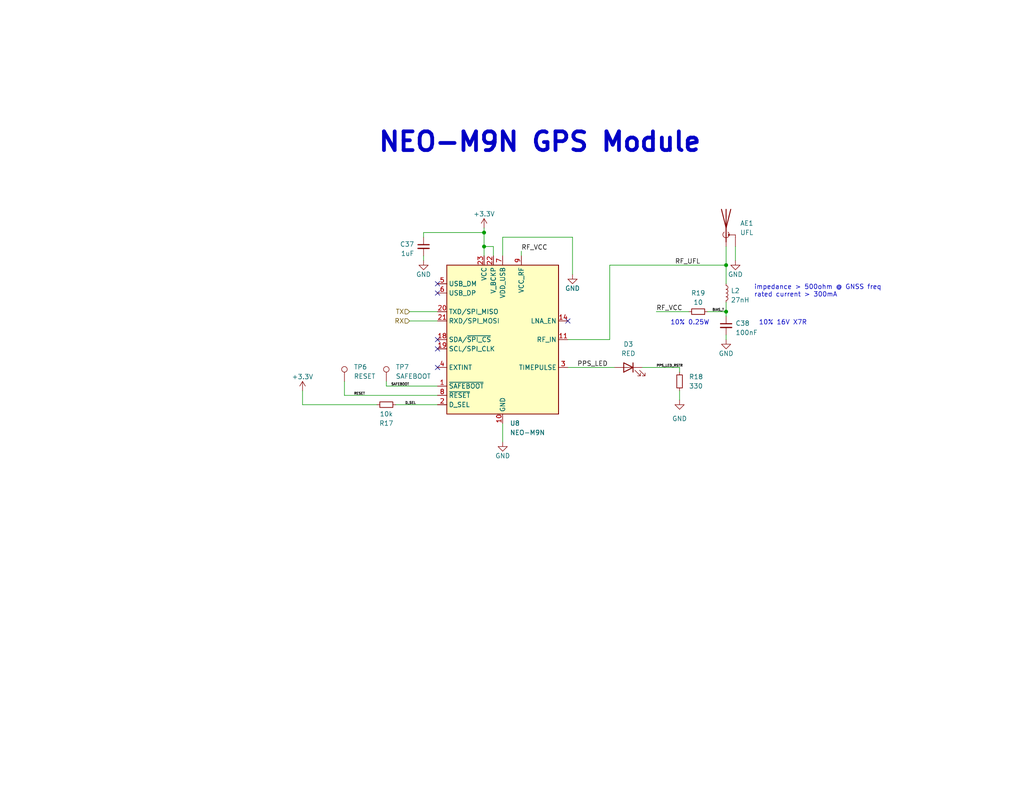
<source format=kicad_sch>
(kicad_sch (version 20231120) (generator "eeschema") (generator_version "8.0")
  (paper "USLetter")
  (title_block (title "SDM-24 Data Logger") (date "2024-01-20") (rev "v3.1") (company "Sun Devil Motorsports") (comment 1 "GPS and antenna circuitry"))
  (lib_symbols
    (symbol "Connector:TestPoint" (pin_numbers hide) (pin_names (offset 0.762) hide)
      (property "Reference" "TP" (at 0 6.858 0))
      (property "Value" "TestPoint" (at 0 5.08 0))
      (symbol "TestPoint_0_1"
        (circle (center 0 3.302) (radius 0.762))
      )
      (symbol "TestPoint_1_1"
        (pin passive line (at 0 0 90) (length 2.54) (name "1") (number "1"))
      )
    )
    (symbol "Device:Antenna_Shield" (pin_numbers hide) (pin_names (offset 1.016) hide)
      (property "Reference" "AE" (at -1.905 4.445 0))
      (property "Value" "Antenna_Shield" (at -1.905 2.54 0))
      (symbol "Antenna_Shield_0_1"
        (arc (start -0.508 -1.143) (mid -0.8429 -2.1194) (end 0 -2.667))
        (arc (start 0 -2.667) (mid 0.7989 -2.1052) (end 0.508 -1.143))
        (polyline (pts (xy 0 -2.54) (xy 0 0)))
        (polyline (pts (xy 0 5.08) (xy 0 -3.81)) (stroke (width 0.254)))
        (polyline (pts (xy 0.762 -1.905) (xy 2.54 -1.905)))
        (polyline (pts (xy 2.54 -2.54) (xy 2.54 -1.905)))
        (polyline (pts (xy 1.27 5.08) (xy 0 0) (xy -1.27 5.08)) (stroke (width 0.254)))
        (circle (center 0.762 -1.905) (radius 0.1778) (fill (type outline)))
      )
      (symbol "Antenna_Shield_1_1"
        (pin input line (at 0 -5.08 90) (length 2.54) (name "A") (number "1"))
        (pin input line (at 2.54 -5.08 90) (length 2.54) (name "Shield") (number "2"))
      )
    )
    (symbol "Device:C_Small" (pin_numbers hide) (pin_names (offset 0.254) hide)
      (property "Reference" "C" (at 0.254 1.778 0))
      (property "Value" "C_Small" (at 0.254 -2.032 0))
      (symbol "C_Small_0_1"
        (polyline (pts (xy -1.524 -0.508) (xy 1.524 -0.508)) (stroke (width 0.3302)))
        (polyline (pts (xy -1.524 0.508) (xy 1.524 0.508)) (stroke (width 0.3048)))
      )
      (symbol "C_Small_1_1"
        (pin passive line (at 0 2.54 270) (length 2.032) (name "~") (number "1"))
        (pin passive line (at 0 -2.54 90) (length 2.032) (name "~") (number "2"))
      )
    )
    (symbol "Device:LED" (pin_numbers hide) (pin_names (offset 1.016) hide)
      (property "Reference" "D" (at 0 2.54 0))
      (property "Value" "LED" (at 0 -2.54 0))
      (symbol "LED_0_1"
        (polyline (pts (xy -1.27 -1.27) (xy -1.27 1.27)) (stroke (width 0.254)))
        (polyline (pts (xy -1.27 0) (xy 1.27 0)))
        (polyline (pts (xy 1.27 -1.27) (xy 1.27 1.27) (xy -1.27 0) (xy 1.27 -1.27)) (stroke (width 0.254)))
        (polyline (pts (xy -3.048 -0.762) (xy -4.572 -2.286) (xy -3.81 -2.286) (xy -4.572 -2.286) (xy -4.572 -1.524)))
        (polyline (pts (xy -1.778 -0.762) (xy -3.302 -2.286) (xy -2.54 -2.286) (xy -3.302 -2.286) (xy -3.302 -1.524)))
      )
      (symbol "LED_1_1"
        (pin passive line (at -3.81 0 0) (length 2.54) (name "K") (number "1"))
        (pin passive line (at 3.81 0 180) (length 2.54) (name "A") (number "2"))
      )
    )
    (symbol "Device:L_Small" (pin_numbers hide) (pin_names (offset 0.254) hide)
      (property "Reference" "L" (at 0.762 1.016 0))
      (property "Value" "L_Small" (at 0.762 -1.016 0))
      (symbol "L_Small_0_1"
        (arc (start 0 -2.032) (mid 0.5058 -1.524) (end 0 -1.016))
        (arc (start 0 -1.016) (mid 0.5058 -0.508) (end 0 0))
        (arc (start 0 0) (mid 0.5058 0.508) (end 0 1.016))
        (arc (start 0 1.016) (mid 0.5058 1.524) (end 0 2.032))
      )
      (symbol "L_Small_1_1"
        (pin passive line (at 0 2.54 270) (length 0.508) (name "~") (number "1"))
        (pin passive line (at 0 -2.54 90) (length 0.508) (name "~") (number "2"))
      )
    )
    (symbol "Device:R_Small" (pin_numbers hide) (pin_names (offset 0.254) hide)
      (property "Reference" "R" (at 0.762 0.508 0))
      (property "Value" "R_Small" (at 0.762 -1.016 0))
      (symbol "R_Small_0_1"
        (rectangle (start -0.762 1.778) (end 0.762 -1.778) (stroke (width 0.2032)))
      )
      (symbol "R_Small_1_1"
        (pin passive line (at 0 2.54 270) (length 0.762) (name "~") (number "1"))
        (pin passive line (at 0 -2.54 90) (length 0.762) (name "~") (number "2"))
      )
    )
    (symbol "RF_GPS:NEO-M9N"
      (property "Reference" "U" (at -13.97 21.59 0))
      (property "Value" "NEO-M9N" (at 11.43 21.59 0))
      (symbol "NEO-M9N_0_1"
        (rectangle (start -15.24 20.32) (end 15.24 -20.32) (stroke (width 0.254)) (fill (type background)))
      )
      (symbol "NEO-M9N_1_1"
        (pin input line (at -17.78 -12.7 0) (length 2.54) (name "~{SAFEBOOT}") (number "1"))
        (pin power_in line (at 0 -22.86 90) (length 2.54) (name "GND") (number "10"))
        (pin input line (at 17.78 0 180) (length 2.54) (name "RF_IN") (number "11"))
        (pin passive line (at 0 -22.86 90) (length 2.54) hide (name "GND") (number "12"))
        (pin passive line (at 0 -22.86 90) (length 2.54) hide (name "GND") (number "13"))
        (pin output line (at 17.78 5.08 180) (length 2.54) (name "LNA_EN") (number "14"))
        (pin no_connect line (at 15.24 -10.16 180) (length 2.54) hide (name "RESERVED") (number "15"))
        (pin no_connect line (at 15.24 -12.7 180) (length 2.54) hide (name "RESERVED") (number "16"))
        (pin no_connect line (at 15.24 -15.24 180) (length 2.54) hide (name "RESERVED") (number "17"))
        (pin bidirectional line (at -17.78 0 0) (length 2.54) (name "SDA/~{SPI_CS}") (number "18"))
        (pin input line (at -17.78 -2.54 0) (length 2.54) (name "SCL/SPI_CLK") (number "19"))
        (pin input line (at -17.78 -17.78 0) (length 2.54) (name "D_SEL") (number "2"))
        (pin output line (at -17.78 7.62 0) (length 2.54) (name "TXD/SPI_MISO") (number "20"))
        (pin input line (at -17.78 5.08 0) (length 2.54) (name "RXD/SPI_MOSI") (number "21"))
        (pin power_in line (at -2.54 22.86 270) (length 2.54) (name "V_BCKP") (number "22"))
        (pin power_in line (at -5.08 22.86 270) (length 2.54) (name "VCC") (number "23"))
        (pin passive line (at 0 -22.86 90) (length 2.54) hide (name "GND") (number "24"))
        (pin output line (at 17.78 -7.62 180) (length 2.54) (name "TIMEPULSE") (number "3"))
        (pin input line (at -17.78 -7.62 0) (length 2.54) (name "EXTINT") (number "4"))
        (pin bidirectional line (at -17.78 15.24 0) (length 2.54) (name "USB_DM") (number "5"))
        (pin bidirectional line (at -17.78 12.7 0) (length 2.54) (name "USB_DP") (number "6"))
        (pin power_in line (at 0 22.86 270) (length 2.54) (name "VDD_USB") (number "7"))
        (pin input line (at -17.78 -15.24 0) (length 2.54) (name "~{RESET}") (number "8"))
        (pin power_out line (at 5.08 22.86 270) (length 2.54) (name "VCC_RF") (number "9"))
      )
    )
    (symbol "power:+3.3V" (power) (pin_names (offset 0))
      (property "Value" "+3.3V" (at 0 3.556 0))
      (symbol "+3.3V_0_1"
        (polyline (pts (xy -0.762 1.27) (xy 0 2.54)))
        (polyline (pts (xy 0 0) (xy 0 2.54)))
        (polyline (pts (xy 0 2.54) (xy 0.762 1.27)))
      )
      (symbol "+3.3V_1_1"
        (pin power_in line (at 0 0 90) (length 0) hide (name "+3.3V") (number "1"))
      )
    )
    (symbol "power:GND" (power) (pin_names (offset 0))
      (property "Value" "GND" (at 0 -3.81 0))
      (symbol "GND_0_1"
        (polyline (pts (xy 0 0) (xy 0 -1.27) (xy 1.27 -1.27) (xy 0 -2.54) (xy -1.27 -1.27) (xy 0 -1.27)))
      )
      (symbol "GND_1_1"
        (pin power_in line (at 0 0 270) (length 0) hide (name "GND") (number "1"))
      )
    )
  )
  (junction (at 132.08 67.31))
  (junction (at 198.12 72.39))
  (junction (at 132.08 63.5))
  (junction (at 198.12 85.09))
  (no_connect (at 119.38 80.01))
  (no_connect (at 119.38 100.33))
  (no_connect (at 119.38 92.71))
  (no_connect (at 154.94 87.63))
  (no_connect (at 119.38 95.25))
  (no_connect (at 119.38 77.47))
  (wire (pts (xy 193.04 85.09) (xy 198.12 85.09)))
  (wire (pts (xy 179.07 85.09) (xy 187.96 85.09)))
  (wire (pts (xy 185.42 106.68) (xy 185.42 109.22)))
  (wire (pts (xy 198.12 82.55) (xy 198.12 85.09)))
  (wire (pts (xy 156.21 64.77) (xy 156.21 74.93)))
  (wire (pts (xy 93.98 104.14) (xy 93.98 107.95)))
  (wire (pts (xy 137.16 64.77) (xy 156.21 64.77)))
  (wire (pts (xy 115.57 69.85) (xy 115.57 71.12)))
  (wire (pts (xy 105.41 105.41) (xy 105.41 104.14)))
  (wire (pts (xy 185.42 100.33) (xy 185.42 101.6)))
  (wire (pts (xy 119.38 105.41) (xy 105.41 105.41)))
  (wire (pts (xy 198.12 91.44) (xy 198.12 92.71)))
  (wire (pts (xy 198.12 72.39) (xy 198.12 77.47)))
  (wire (pts (xy 200.66 67.31) (xy 200.66 71.12)))
  (wire (pts (xy 137.16 69.85) (xy 137.16 64.77)))
  (wire (pts (xy 132.08 62.23) (xy 132.08 63.5)))
  (wire (pts (xy 142.24 68.58) (xy 142.24 69.85)))
  (wire (pts (xy 115.57 64.77) (xy 115.57 63.5)))
  (wire (pts (xy 198.12 67.31) (xy 198.12 72.39)))
  (wire (pts (xy 175.26 100.33) (xy 185.42 100.33)))
  (wire (pts (xy 166.37 72.39) (xy 198.12 72.39)))
  (wire (pts (xy 132.08 67.31) (xy 132.08 69.85)))
  (wire (pts (xy 134.62 69.85) (xy 134.62 67.31)))
  (wire (pts (xy 134.62 67.31) (xy 132.08 67.31)))
  (wire (pts (xy 154.94 100.33) (xy 167.64 100.33)))
  (wire (pts (xy 137.16 115.57) (xy 137.16 120.65)))
  (wire (pts (xy 166.37 92.71) (xy 166.37 72.39)))
  (wire (pts (xy 82.55 110.49) (xy 102.87 110.49)))
  (wire (pts (xy 111.76 87.63) (xy 119.38 87.63)))
  (wire (pts (xy 154.94 92.71) (xy 166.37 92.71)))
  (wire (pts (xy 93.98 107.95) (xy 119.38 107.95)))
  (wire (pts (xy 111.76 85.09) (xy 119.38 85.09)))
  (wire (pts (xy 107.95 110.49) (xy 119.38 110.49)))
  (wire (pts (xy 115.57 63.5) (xy 132.08 63.5)))
  (wire (pts (xy 198.12 85.09) (xy 198.12 86.36)))
  (wire (pts (xy 132.08 63.5) (xy 132.08 67.31)))
  (wire (pts (xy 82.55 110.49) (xy 82.55 106.68)))
  (text "NEO-M9N GPS Module" (at 102.87 41.91 0) (effects (font (size 5.12 5.12) (bold yes)) (justify left bottom)))
  (text "impedance > 500ohm @ GNSS freq\nrated current > 300mA" (at 205.74 81.28 0) (effects (font (size 1.27 1.27)) (justify left bottom)))
  (text "10% 0.25W" (at 182.88 88.9 0) (effects (font (size 1.27 1.27)) (justify left bottom)))
  (text "10% 16V X7R" (at 207.01 88.9 0) (effects (font (size 1.27 1.27)) (justify left bottom)))
  (label "RF_VCC" (at 142.24 68.58 0))
  (label "PPS_LED_RSTR" (at 179.07 100.33 0) (effects (font (size 0.65 0.65))))
  (label "D_SEL" (at 110.49 110.49 0) (effects (font (size 0.64 0.64))))
  (label "BIAS_T" (at 194.31 85.09 0) (effects (font (size 0.65 0.65))))
  (label "RF_VCC" (at 179.07 85.09 0))
  (label "SAFEBOOT" (at 106.68 105.41 0) (effects (font (size 0.65 0.65))))
  (label "RF_UFL" (at 184.15 72.39 0))
  (label "PPS_LED" (at 157.48 100.33 0))
  (label "RESET" (at 96.52 107.95 0) (effects (font (size 0.65 0.65))))
  (hierarchical_label "TX" (shape input) (at 111.76 85.09 180))
  (hierarchical_label "RX" (shape input) (at 111.76 87.63 180))
  (symbol (lib_id "Connector:TestPoint") (at 93.98 104.14 0) (unit 1)
    (property "Reference" "TP6" (at 96.52 100.203 0) (effects (justify left)))
    (property "Value" "RESET" (at 96.52 102.743 0) (effects (justify left)))
    (property "Footprint" "TestPoint:TestPoint_Pad_1.0x1.0mm" (effects (hide yes)))
  )
  (symbol (lib_id "Device:C_Small") (at 198.12 88.9 0) (unit 1)
    (property "Reference" "C38" (at 200.66 88.2713 0) (effects (justify left)))
    (property "Value" "100nF" (at 200.66 90.8113 0) (effects (justify left)))
    (property "Footprint" "Capacitor_SMD:C_0402_1005Metric" (effects (hide yes)))
  )
  (symbol (lib_id "Device:L_Small") (at 198.12 80.01 0) (unit 1)
    (property "Reference" "L2" (at 199.39 79.375 0) (effects (justify left)))
    (property "Value" "27nH" (at 199.39 81.915 0) (effects (justify left)))
    (property "Footprint" "Inductor_SMD:L_0402_1005Metric" (effects (hide yes)))
  )
  (symbol (lib_id "Device:R_Small") (at 105.41 110.49 90) (mirror x) (unit 1)
    (property "Reference" "R17" (at 105.41 115.57 90))
    (property "Value" "10k" (at 105.41 113.03 90))
    (property "Footprint" "Resistor_SMD:R_0603_1608Metric" (effects (hide yes)))
  )
  (symbol (lib_id "Device:C_Small") (at 115.57 67.31 0) (mirror y) (unit 1)
    (property "Reference" "C37" (at 113.03 66.6813 0) (effects (justify left)))
    (property "Value" "1uF" (at 113.03 69.2213 0) (effects (justify left)))
    (property "Footprint" "Capacitor_SMD:C_0603_1608Metric" (effects (hide yes)))
  )
  (symbol (lib_id "power:GND") (at 185.42 109.22 0) (unit 1)
    (property "Reference" "#PWR042" (effects (hide yes)))
    (property "Value" "GND" (at 185.42 114.3 0))
  )
  (symbol (lib_id "power:+3.3V") (at 82.55 106.68 0) (unit 1)
    (property "Reference" "#PWR037" (effects (hide yes)))
    (property "Value" "+3.3V" (at 82.55 102.87 0))
  )
  (symbol (lib_id "Device:R_Small") (at 190.5 85.09 90) (unit 1)
    (property "Reference" "R19" (at 190.5 80.01 90))
    (property "Value" "10" (at 190.5 82.55 90))
    (property "Footprint" "Resistor_SMD:R_0402_1005Metric" (effects (hide yes)))
  )
  (symbol (lib_id "power:GND") (at 200.66 71.12 0) (unit 1)
    (property "Reference" "#PWR044" (effects (hide yes)))
    (property "Value" "GND" (at 200.66 74.93 0))
  )
  (symbol (lib_id "Device:R_Small") (at 185.42 104.14 0) (unit 1)
    (property "Reference" "R18" (at 187.96 102.87 0) (effects (justify left)))
    (property "Value" "330" (at 187.96 105.41 0) (effects (justify left)))
    (property "Footprint" "Resistor_SMD:R_0603_1608Metric" (effects (hide yes)))
  )
  (symbol (lib_id "power:+3.3V") (at 132.08 62.23 0) (unit 1)
    (property "Reference" "#PWR039" (effects (hide yes)))
    (property "Value" "+3.3V" (at 132.08 58.42 0))
  )
  (symbol (lib_id "Connector:TestPoint") (at 105.41 104.14 0) (unit 1)
    (property "Reference" "TP7" (at 107.95 100.203 0) (effects (justify left)))
    (property "Value" "SAFEBOOT" (at 107.95 102.743 0) (effects (justify left)))
    (property "Footprint" "TestPoint:TestPoint_Pad_1.0x1.0mm" (effects (hide yes)))
  )
  (symbol (lib_id "Device:LED") (at 171.45 100.33 0) (mirror y) (unit 1)
    (property "Reference" "D3" (at 171.45 93.98 0))
    (property "Value" "RED" (at 171.45 96.52 0))
    (property "Footprint" "Library:SSF-LXH100LID" (effects (hide yes)))
  )
  (symbol (lib_id "power:GND") (at 137.16 120.65 0) (unit 1)
    (property "Reference" "#PWR040" (effects (hide yes)))
    (property "Value" "GND" (at 137.16 124.46 0))
  )
  (symbol (lib_id "RF_GPS:NEO-M9N") (at 137.16 92.71 0) (unit 1)
    (property "Reference" "U8" (at 139.1159 115.57 0) (effects (justify left)))
    (property "Value" "NEO-M9N" (at 139.1159 118.11 0) (effects (justify left)))
    (property "Footprint" "RF_GPS:ublox_NEO" (effects (hide yes)))
    (property "Datasheet" "https://www.u-blox.com/sites/default/files/NEO-M9N-00B_DataSheet_UBX-19014285.pdf" (effects (hide yes)))
  )
  (symbol (lib_id "power:GND") (at 115.57 71.12 0) (unit 1)
    (property "Reference" "#PWR038" (effects (hide yes)))
    (property "Value" "GND" (at 115.57 74.93 0))
  )
  (symbol (lib_id "power:GND") (at 156.21 74.93 0) (unit 1)
    (property "Reference" "#PWR041" (effects (hide yes)))
    (property "Value" "GND" (at 156.21 78.74 0))
  )
  (symbol (lib_id "power:GND") (at 198.12 92.71 0) (unit 1)
    (property "Reference" "#PWR043" (effects (hide yes)))
    (property "Value" "GND" (at 198.12 96.52 0))
  )
  (symbol (lib_id "Device:Antenna_Shield") (at 198.12 62.23 0) (unit 1)
    (property "Reference" "AE1" (at 201.93 60.96 0) (effects (justify left)))
    (property "Value" "UFL" (at 201.93 63.5 0) (effects (justify left)))
    (property "Footprint" "Connector_Coaxial:U.FL_Molex_MCRF_73412-0110_Vertical" (effects (hide yes)))
  )
)
</source>
